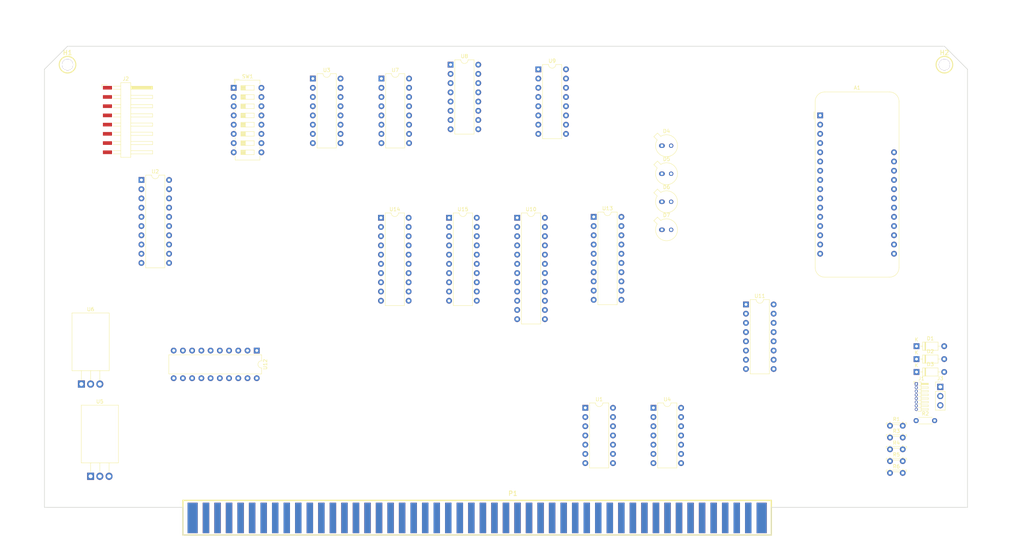
<source format=kicad_pcb>
(kicad_pcb (version 20221018) (generator pcbnew)
  (title_block (date "18 April 2018") (company "Derived from John Monahan's S100 486 design"))
  (layers (0 "F.Cu" signal "Front") (31 "B.Cu" signal "Back") (34 "B.Paste" user) (35 "F.Paste" user) (36 "B.SilkS" user "B.Silkscreen") (37 "F.SilkS" user "F.Silkscreen") (38 "B.Mask" user) (39 "F.Mask" user) (44 "Edge.Cuts" user))
  (net 0 "")
  (net 1 "/+8V")
  (net 2 "/0V_A")
  (net 3 "/0V_B")
  (net 4 "/0V_C")
  (net 5 "/A0")
  (net 6 "/A1")
  (net 7 "/A10")
  (net 8 "/A11")
  (net 9 "/A12")
  (net 10 "/A13")
  (net 11 "/A14")
  (net 12 "/A15")
  (net 13 "/A16")
  (net 14 "/A17")
  (net 15 "/A18")
  (net 16 "/A19")
  (net 17 "/A2")
  (net 18 "/A20")
  (net 19 "/A21")
  (net 20 "/A22")
  (net 21 "/A23")
  (net 22 "/A3")
  (net 23 "/A4")
  (net 24 "/A5")
  (net 25 "/A6")
  (net 26 "/A7")
  (net 27 "/A8")
  (net 28 "/A9")
  (net 29 "/ADSB*")
  (net 30 "/CDSB*")
  (net 31 "/CLOCK*")
  (net 32 "/DI0")
  (net 33 "/DI1")
  (net 34 "/DI2")
  (net 35 "/DI3")
  (net 36 "/DI4")
  (net 37 "/DI5")
  (net 38 "/DI6")
  (net 39 "/DI7")
  (net 40 "/DO0")
  (net 41 "/DO1")
  (net 42 "/DO2")
  (net 43 "/DO3")
  (net 44 "/DO4")
  (net 45 "/DO5")
  (net 46 "/DO6")
  (net 47 "/DO7")
  (net 48 "/DODSB*")
  (net 49 "/HOLD*")
  (net 50 "/INT*")
  (net 51 "/MWRT")
  (net 52 "/NMI*")
  (net 53 "/PHANTOM*")
  (net 54 "/PHI")
  (net 55 "/POC*")
  (net 56 "/RDY")
  (net 57 "/RESET*")
  (net 58 "/SDSB*")
  (net 59 "/SIXTN*")
  (net 60 "/SLAVE_CLR*")
  (net 61 "/TMA0*")
  (net 62 "/TMA1*")
  (net 63 "/TMA2*")
  (net 64 "/TMA3*")
  (net 65 "/VI0*")
  (net 66 "/VI1*")
  (net 67 "/VI2*")
  (net 68 "/VI3*")
  (net 69 "/VI4*")
  (net 70 "/VI5*")
  (net 71 "/VI6*")
  (net 72 "/VI7*")
  (net 73 "/XRDY")
  (net 74 "/pDBIN")
  (net 75 "/pSTVAL*")
  (net 76 "/pSYNC")
  (net 77 "/pWR*")
  (net 78 "/sHLTA")
  (net 79 "/sINP")
  (net 80 "/sINTA")
  (net 81 "/sM1")
  (net 82 "/sMEMR")
  (net 83 "/sOUT")
  (net 84 "/sWO*")
  (net 85 "/+16V")
  (net 86 "/PWRFAIL*")
  (net 87 "/NDEF1")
  (net 88 "/pHLDA")
  (net 89 "/RFU1")
  (net 90 "/RFU2")
  (net 91 "/0V")
  (net 92 "/-16V")
  (net 93 "/sXTRQ*")
  (net 94 "/NDEF2")
  (net 95 "/NDEF3")
  (net 96 "/RFU3")
  (net 97 "/RFU4")
  (net 98 "/ERROR*")
  (net 99 "Net-(H1-Pad1)")
  (net 100 "Net-(H2-Pad1)")
  (net 101 "{slash}RESET")
  (net 102 "+3V3")
  (net 104 "GND")
  (net 110 "{slash}CS0")
  (net 111 "SCK")
  (net 112 "MOSI")
  (net 113 "MISO")
  (net 129 "Net-(D1-K)")
  (net 130 "{slash}CS1")
  (net 131 "Net-(D2-K)")
  (net 132 "{slash}CS2")
  (net 133 "Net-(D3-K)")
  (net 134 "Net-(D4-A)")
  (net 135 "Net-(D5-A)")
  (net 136 "Net-(D6-A)")
  (net 137 "Net-(D7-A)")
  (net 141 "{slash}CS!")
  (net 143 "PHI")
  (net 144 "Net-(J3-Pin_2)")
  (net 145 "CLOCK")
  (net 146 "+5V")
  (net 147 "HIGH")
  (net 148 "Net-(U9-Q0)")
  (net 149 "Net-(U9-Q1)")
  (net 150 "Net-(U9-Q2)")
  (net 151 "Net-(U9-Q3)")
  (net 154 "Net-(U2-R5)")
  (net 155 "Net-(U2-R2)")
  (net 156 "Net-(U2-R6)")
  (net 157 "Net-(U2-R1)")
  (net 158 "Net-(U2-R7)")
  (net 159 "Net-(U2-R0)")
  (net 160 "{slash}SPI_RDNTR")
  (net 161 "{slash}SPI_RDTR")
  (net 162 "{slash}SPI_WRTR")
  (net 163 "Net-(U3-TC)")
  (net 164 "Net-(U3-~{MR})")
  (net 165 "Net-(U3-D0)")
  (net 166 "Net-(U1-Pad12)")
  (net 167 "BA7")
  (net 168 "BA5")
  (net 169 "BA3")
  (net 170 "BA2")
  (net 171 "BA4")
  (net 172 "BA6")
  (net 173 "SEL")
  (net 174 "SCLK")
  (net 175 "Net-(U11-~{CE})")
  (net 176 "Net-(U3-CEP)")
  (net 180 "Net-(U8-~{OE})")
  (net 181 "Net-(U11-~{Q7})")
  (net 182 "+8V")
  (net 183 "BA0")
  (net 184 "{slash}WR")
  (net 185 "BA1")
  (net 186 "{slash}IORQ")
  (net 187 "{slash}M1")
  (net 189 "{slash}STAT_RD")
  (net 191 "Net-(U7-O4)")
  (net 193 "BD1")
  (net 194 "BD2")
  (net 195 "BD3")
  (net 196 "BD4")
  (net 197 "BD5")
  (net 198 "BD6")
  (net 199 "BD7")
  (net 201 "BD0")
  (net 204 "sM1")
  (net 205 "sINTA")
  (net 206 "sOUT")
  (net 207 "sINP")
  (net 208 "pWR")
  (net 209 "pDBIN")
  (net 210 "sMEMR")
  (net 211 "sWO")
  (net 212 "MWRT")
  (net 214 "{slash}RD")
  (net 215 "{slash}MREQ")
  (net 217 "{slash}IN_ENABLE")
  (net 219 "{slash}OUT_ENABLE")
  (net 220 "M1")
  (net 222 "VCC")
  (net 224 "A7")
  (net 225 "A6")
  (net 226 "A5")
  (net 227 "A4")
  (net 228 "A3")
  (net 229 "A2")
  (net 230 "A1")
  (net 231 "A0")
  (net 232 "DI7")
  (net 233 "DI6")
  (net 234 "DI5")
  (net 235 "DI4")
  (net 236 "DI3")
  (net 237 "DI2")
  (net 238 "DI1")
  (net 239 "DI0")
  (net 240 "DO7")
  (net 241 "DO6")
  (net 242 "DO5")
  (net 243 "DO4")
  (net 244 "DO3")
  (net 245 "DO2")
  (net 246 "DO1")
  (net 247 "DO0")
  (footprint "S100_MALE" (layer "F.Cu") (at 58.42 157.48)
    (fp_text reference "P1" (at 90.805 -11.43) (layer "F.SilkS") (effects (font (size 1.27 1.27) (thickness 0.2032))))
    (fp_text value "S100_MALE" hide)
    (pad "1" connect rect (at 2.667 -4.699) (size 2.794 8.382) (layers "F.Cu" "F.Mask") (net 1 "/+8V"))
    (pad "2" connect rect (at 6.35 -4.699) (size 1.778 8.382) (layers "F.Cu" "F.Mask") (net 85 "/+16V"))
    (pad "3" connect rect (at 9.525 -4.699) (size 1.778 8.382) (layers "F.Cu" "F.Mask") (net 73 "/XRDY"))
    (pad "4" connect rect (at 12.7 -4.699) (size 1.778 8.382) (layers "F.Cu" "F.Mask") (net 65 "/VI0*"))
    (pad "5" connect rect (at 15.875 -4.699) (size 1.778 8.382) (layers "F.Cu" "F.Mask") (net 66 "/VI1*"))
    (pad "6" connect rect (at 19.05 -4.699) (size 1.778 8.382) (layers "F.Cu" "F.Mask") (net 67 "/VI2*"))
    (pad "7" connect rect (at 22.225 -4.699) (size 1.778 8.382) (layers "F.Cu" "F.Mask") (net 68 "/VI3*"))
    (pad "8" connect rect (at 25.4 -4.699) (size 1.778 8.382) (layers "F.Cu" "F.Mask") (net 69 "/VI4*"))
    (pad "9" connect rect (at 28.575 -4.699) (size 1.778 8.382) (layers "F.Cu" "F.Mask") (net 70 "/VI5*"))
    (pad "10" connect rect (at 31.75 -4.699) (size 1.778 8.382) (layers "F.Cu" "F.Mask") (net 71 "/VI6*"))
    (pad "11" connect rect (at 34.925 -4.699) (size 1.778 8.382) (layers "F.Cu" "F.Mask") (net 72 "/VI7*"))
    (pad "12" connect rect (at 38.1 -4.699) (size 1.778 8.382) (layers "F.Cu" "F.Mask") (net 52 "/NMI*"))
    (pad "13" connect rect (at 41.275 -4.699) (size 1.778 8.382) (layers "F.Cu" "F.Mask") (net 86 "/PWRFAIL*"))
    (pad "14" connect rect (at 44.45 -4.699) (size 1.778 8.382) (layers "F.Cu" "F.Mask") (net 64 "/TMA3*"))
    (pad "15" connect rect (at 47.625 -4.699) (size 1.778 8.382) (layers "F.Cu" "F.Mask") (net 15 "/A18"))
    (pad "16" connect rect (at 50.8 -4.699) (size 1.778 8.382) (layers "F.Cu" "F.Mask") (net 13 "/A16"))
    (pad "17" connect rect (at 53.975 -4.699) (size 1.778 8.382) (layers "F.Cu" "F.Mask") (net 14 "/A17"))
    (pad "18" connect rect (at 57.15 -4.699) (size 1.778 8.382) (layers "F.Cu" "F.Mask") (net 58 "/SDSB*"))
    (pad "19" connect rect (at 60.325 -4.699) (size 1.778 8.382) (layers "F.Cu" "F.Mask") (net 30 "/CDSB*"))
    (pad "20" connect rect (at 63.5 -4.699) (size 1.778 8.382) (layers "F.Cu" "F.Mask") (net 2 "/0V_A"))
    (pad "21" connect rect (at 66.675 -4.699) (size 1.778 8.382) (layers "F.Cu" "F.Mask") (net 87 "/NDEF1"))
    (pad "22" connect rect (at 69.85 -4.699) (size 1.778 8.382) (layers "F.Cu" "F.Mask") (net 29 "/ADSB*"))
    (pad "23" connect rect (at 73.025 -4.699) (size 1.778 8.382) (layers "F.Cu" "F.Mask") (net 48 "/DODSB*"))
    (pad "24" connect rect (at 76.2 -4.699) (size 1.778 8.382) (layers "F.Cu" "F.Mask") (net 54 "/PHI"))
    (pad "25" connect rect (at 79.375 -4.699) (size 1.778 8.382) (layers "F.Cu" "F.Mask") (net 75 "/pSTVAL*"))
    (pad "26" connect rect (at 82.55 -4.699) (size 1.778 8.382) (layers "F.Cu" "F.Mask") (net 88 "/pHLDA"))
    (pad "27" connect rect (at 85.725 -4.699) (size 1.778 8.382) (layers "F.Cu" "F.Mask") (net 89 "/RFU1"))
    (pad "28" connect rect (at 88.9 -4.699) (size 1.778 8.382) (layers "F.Cu" "F.Mask") (net 90 "/RFU2"))
    (pad "29" connect rect (at 92.075 -4.699) (size 1.778 8.382) (layers "F.Cu" "F.Mask") (net 24 "/A5"))
    (pad "30" connect rect (at 95.25 -4.699) (size 1.778 8.382) (layers "F.Cu" "F.Mask") (net 23 "/A4"))
    (pad "31" connect rect (at 98.425 -4.699) (size 1.778 8.382) (layers "F.Cu" "F.Mask") (net 22 "/A3"))
    (pad "32" connect rect (at 101.6 -4.699) (size 1.778 8.382) (layers "F.Cu" "F.Mask") (net 12 "/A15"))
    (pad "33" connect rect (at 104.775 -4.699) (size 1.778 8.382) (layers "F.Cu" "F.Mask") (net 9 "/A12"))
    (pad "34" connect rect (at 107.95 -4.699) (size 1.778 8.382) (layers "F.Cu" "F.Mask") (net 28 "/A9"))
    (pad "35" connect rect (at 111.125 -4.699) (size 1.778 8.382) (layers "F.Cu" "F.Mask") (net 41 "/DO1"))
    (pad "36" connect rect (at 114.3 -4.699) (size 1.778 8.382) (layers "F.Cu" "F.Mask") (net 40 "/DO0"))
    (pad "37" connect rect (at 117.475 -4.699) (size 1.778 8.382) (layers "F.Cu" "F.Mask") (net 7 "/A10"))
    (pad "38" connect rect (at 120.65 -4.699) (size 1.778 8.382) (layers "F.Cu" "F.Mask") (net 44 "/DO4"))
    (pad "39" connect rect (at 123.825 -4.699) (size 1.778 8.382) (layers "F.Cu" "F.Mask") (net 45 "/DO5"))
    (pad "40" connect rect (at 127 -4.699) (size 1.778 8.382) (layers "F.Cu" "F.Mask") (net 46 "/DO6"))
    (pad "41" connect rect (at 130.175 -4.699) (size 1.778 8.382) (layers "F.Cu" "F.Mask") (net 34 "/DI2"))
    (pad "42" connect rect (at 133.35 -4.699) (size 1.778 8.382) (layers "F.Cu" "F.Mask") (net 35 "/DI3"))
    (pad "43" connect rect (at 136.525 -4.699) (size 1.778 8.382) (layers "F.Cu" "F.Mask") (net 39 "/DI7"))
    (pad "44" connect rect (at 139.7 -4.699) (size 1.778 8.382) (layers "F.Cu" "F.Mask") (net 81 "/sM1"))
    (pad "45" connect rect (at 142.875 -4.699) (size 1.778 8.382) (layers "F.Cu" "F.Mask") (net 83 "/sOUT"))
    (pad "46" connect rect (at 146.05 -4.699) (size 1.778 8.382) (layers "F.Cu" "F.Mask") (net 79 "/sINP"))
    (pad "47" connect rect (at 149.225 -4.699) (size 1.778 8.382) (layers "F.Cu" "F.Mask") (net 82 "/sMEMR"))
    (pad "48" connect rect (at 152.4 -4.699) (size 1.778 8.382) (layers "F.Cu" "F.Mask") (net 78 "/sHLTA"))
    (pad "49" connect rect (at 155.575 -4.699) (size 1.778 8.382) (layers "F.Cu" "F.Mask") (net 31 "/CLOCK*"))
    (pad "50" connect rect (at 159.258 -4.699) (size 2.794 8.382) (layers "F.Cu" "F.Mask") (net 91 "/0V"))
    (pad "51" connect rect (at 2.667 -4.699) (size 2.794 8.382) (layers "B.Cu" "B.Mask") (net 1 "/+8V"))
    (pad "52" connect rect (at 6.35 -4.699) (size 1.778 8.382) (layers "B.Cu" "B.Mask") (net 92 "/-16V"))
    (pad "53" connect rect (at 9.525 -4.699) (size 1.778 8.382) (layers "B.Cu" "B.Mask") (net 3 "/0V_B"))
    (pad "54" connect rect (at 12.7 -4.699) (size 1.778 8.382) (layers "B.Cu" "B.Mask") (net 60 "/SLAVE_CLR*"))
    (pad "55" connect rect (at 15.875 -4.699) (size 1.778 8.382) (layers "B.Cu" "B.Mask") (net 61 "/TMA0*"))
    (pad "56" connect rect (at 19.05 -4.699) (size 1.778 8.382) (layers "B.Cu" "B.Mask") (net 62 "/TMA1*"))
    (pad "57" connect rect (at 22.225 -4.699) (size 1.778 8.382) (layers "B.Cu" "B.Mask") (net 63 "/TMA2*"))
    (pad "58" connect rect (at 25.4 -4.699) (size 1.778 8.382) (layers "B.Cu" "B.Mask") (net 93 "/sXTRQ*"))
    (pad "59" connect rect (at 28.575 -4.699) (size 1.778 8.382) (layers "B.Cu" "B.Mask") (net 16 "/A19"))
    (pad "60" connect rect (at 31.75 -4.699) (size 1.778 8.382) (layers "B.Cu" "B.Mask") (net 59 "/SIXTN*"))
    (pad "61" connect rect (at 34.925 -4.699) (size 1.778 8.382) (layers "B.Cu" "B.Mask") (net 18 "/A20"))
    (pad "62" connect rect (at 38.1 -4.699) (size 1.778 8.382) (layers "B.Cu" "B.Mask") (net 19 "/A21"))
    (pad "63" connect rect (at 41.275 -4.699) (size 1.778 8.382) (layers "B.Cu" "B.Mask") (net 20 "/A22"))
    (pad "64" connect rect (at 44.45 -4.699) (size 1.778 8.382) (layers "B.Cu" "B.Mask") (net 21 "/A23"))
    (pad "65" connect rect (at 47.625 -4.699) (size 1.778 8.382) (layers "B.Cu" "B.Mask") (net 94 "/NDEF2"))
    (pad "66" connect rect (at 50.8 -4.699) (size 1.778 8.382) (layers "B.Cu" "B.Mask") (net 95 "/NDEF3"))
    (pad "67" connect rect (at 53.975 -4.699) (size 1.778 8.382) (layers "B.Cu" "B.Mask") (net 53 "/PHANTOM*"))
    (pad "68" connect rect (at 57.15 -4.699) (size 1.778 8.382) (layers "B.Cu" "B.Mask") (net 51 "/MWRT"))
    (pad "69" connect rect (at 60.325 -4.699) (size 1.778 8.382) (layers "B.Cu" "B.Mask") (net 96 "/RFU3"))
    (pad "70" connect rect (at 63.5 -4.699) (size 1.778 8.382) (layers "B.Cu" "B.Mask") (net 4 "/0V_C"))
    (pad "71" connect rect (at 66.675 -4.699) (size 1.778 8.382) (layers "B.Cu" "B.Mask") (net 97 "/RFU4"))
    (pad "72" connect rect (at 69.85 -4.699) (size 1.778 8.382) (layers "B.Cu" "B.Mask") (net 56 "/RDY"))
    (pad "73" connect rect (at 73.025 -4.699) (size 1.778 8.382) (layers "B.Cu" "B.Mask") (net 50 "/INT*"))
    (pad "74" connect rect (at 76.2 -4.699) (size 1.778 8.382) (layers "B.Cu" "B.Mask") (net 49 "/HOLD*"))
    (pad "75" connect rect (at 79.375 -4.699) (size 1.778 8.382) (layers "B.Cu" "B.Mask") (net 57 "/RESET*"))
    (pad "76" connect rect (at 82.55 -4.699) (size 1.778 8.382) (layers "B.Cu" "B.Mask") (net 76 "/pSYNC"))
    (pad "77" connect rect (at 85.725 -4.699) (size 1.778 8.382) (layers "B.Cu" "B.Mask") (net 77 "/pWR*"))
    (pad "78" connect rect (at 88.9 -4.699) (size 1.778 8.382) (layers "B.Cu" "B.Mask") (net 74 "/pDBIN"))
    (pad "79" connect rect (at 92.075 -4.699) (size 1.778 8.382) (layers "B.Cu" "B.Mask") (net 5 "/A0"))
    (pad "80" connect rect (at 95.25 -4.699) (size 1.778 8.382) (layers "B.Cu" "B.Mask") (net 6 "/A1"))
    (pad "81" connect rect (at 98.425 -4.699) (size 1.778 8.382) (layers "B.Cu" "B.Mask") (net 17 "/A2"))
    (pad "82" connect rect (at 101.6 -4.699) (size 1.778 8.382) (layers "B.Cu" "B.Mask") (net 25 "/A6"))
    (pad "83" connect rect (at 104.775 -4.699) (size 1.778 8.382) (layers "B.Cu" "B.Mask") (net 26 "/A7"))
    (pad "84" connect rect (at 107.95 -4.699) (size 1.778 8.382) (layers "B.Cu" "B.Mask") (net 27 "/A8"))
    (pad "85" connect rect (at 111.125 -4.699) (size 1.778 8.382) (layers "B.Cu" "B.Mask") (net 10 "/A13"))
    (pad "86" connect rect (at 114.3 -4.699) (size 1.778 8.382) (layers "B.Cu" "B.Mask") (net 11 "/A14"))
    (pad "87" connect rect (at 117.475 -4.699) (size 1.778 8.382) (layers "B.Cu" "B.Mask") (net 8 "/A11"))
    (pad "88" connect rect (at 120.65 -4.699) (size 1.778 8.382) (layers "B.Cu" "B.Mask") (net 42 "/DO2"))
    (pad "89" connect rect (at 123.825 -4.699) (size 1.778 8.382) (layers "B.Cu" "B.Mask") (net 43 "/DO3"))
    (pad "90" connect rect (at 127 -4.699) (size 1.778 8.382) (layers "B.Cu" "B.Mask") (net 47 "/DO7"))
    (pad "91" connect rect (at 130.175 -4.699) (size 1.778 8.382) (layers "B.Cu" "B.Mask") (net 36 "/DI4"))
    (pad "92" connect rect (at 133.35 -4.699) (size 1.778 8.382) (layers "B.Cu" "B.Mask") (net 37 "/DI5"))
    (pad "93" connect rect (at 136.525 -4.699) (size 1.778 8.382) (layers "B.Cu" "B.Mask") (net 38 "/DI6"))
    (pad "94" connect rect (at 139.7 -4.699) (size 1.778 8.382) (layers "B.Cu" "B.Mask") (net 33 "/DI1"))
    (pad "95" connect rect (at 142.875 -4.699) (size 1.778 8.382) (layers "B.Cu" "B.Mask") (net 32 "/DI0"))
    (pad "96" connect rect (at 146.05 -4.699) (size 1.778 8.382) (layers "B.Cu" "B.Mask") (net 80 "/sINTA"))
    (pad "97" connect rect (at 149.225 -4.699) (size 1.778 8.382) (layers "B.Cu" "B.Mask") (net 84 "/sWO*"))
    (pad "98" connect rect (at 152.4 -4.699) (size 1.778 8.382) (layers "B.Cu" "B.Mask") (net 98 "/ERROR*"))
    (pad "99" connect rect (at 155.575 -4.699) (size 1.778 8.382) (layers "B.Cu" "B.Mask") (net 55 "/POC*"))
    (pad "100" connect rect (at 159.258 -4.699) (size 2.794 8.382) (layers "B.Cu" "B.Mask") (net 91 "/0V"))
  )
  (footprint "mals-library-pcb:s100-ejector" (layer "F.Cu") (at 267.97 27.94)
    (fp_text reference "H2" (at 0 -3.302) (layer "F.SilkS") (effects (font (size 1.27 1.27) (thickness 0.2032))))
    (fp_text value "Ejector" hide)
    (pad "1" thru_hole circle (at 0 0) (size 3.048 3.048) (drill 3.048) (layers "*.Cu" "*.Mask") (net 100 "Net-(H2-Pad1)"))
  )
  (footprint "mals-library-pcb:s100-ejector" (layer "F.Cu") (at 26.67 27.94)
    (fp_text reference "H1" (at 0 -3.302) (layer "F.SilkS") (effects (font (size 1.27 1.27) (thickness 0.2032))))
    (fp_text value "Ejector" hide)
    (pad "1" thru_hole circle (at 0 0) (size 3.048 3.048) (drill 3.048) (layers "*.Cu" "*.Mask") (net 99 "Net-(H1-Pad1)"))
  )
  (footprint "Package_TO_SOT_THT:TO-220-3_Horizontal_TabDown" (layer "F.Cu") (at 33.02 141.31)
    (fp_text reference "U5" (at 2.54 -20.58) (layer "F.SilkS"))
    (fp_text value "L7805")
    (pad "" np_thru_hole oval (at 2.54 -16.66) (size 3.5 3.5) (drill 3.5) (layers "*.Cu" "*.Mask"))
    (pad "1" thru_hole rect (at 0 0) (size 1.905 2) (drill 1.1) (layers "*.Cu" "*.Mask") (net 182 "+8V"))
    (pad "2" thru_hole oval (at 2.54 0) (size 1.905 2) (drill 1.1) (layers "*.Cu" "*.Mask") (net 104 "GND"))
    (pad "3" thru_hole oval (at 5.08 0) (size 1.905 2) (drill 1.1) (layers "*.Cu" "*.Mask") (net 146 "+5V"))
  )
  (footprint "OptoDevice:R_LDR_5.2x5.2mm_P3.5mm_Horizontal" (layer "F.Cu") (at 253.005 133.89)
    (fp_text reference "R4" (at 1.75 -1.79) (layer "F.SilkS"))
    (fp_text value "470")
    (pad "1" thru_hole circle (at 0 0) (size 1.6 1.6) (drill 0.8) (layers "*.Cu" "*.Mask") (net 149 "Net-(U9-Q1)"))
    (pad "2" thru_hole circle (at 3.5 0) (size 1.6 1.6) (drill 0.8) (layers "*.Cu" "*.Mask") (net 135 "Net-(D5-A)"))
  )
  (footprint "Resistor_THT:R_Axial_DIN0204_L3.6mm_D1.6mm_P5.08mm_Horizontal" (layer "F.Cu") (at 260.195 125.98)
    (fp_text reference "R2" (at 2.54 -1.92) (layer "F.SilkS"))
    (fp_text value "4.7K")
    (pad "1" thru_hole circle (at 0 0) (size 1.4 1.4) (drill 0.7) (layers "*.Cu" "*.Mask") (net 146 "+5V"))
    (pad "2" thru_hole oval (at 5.08 0) (size 1.4 1.4) (drill 0.7) (layers "*.Cu" "*.Mask") (net 147 "HIGH"))
  )
  (footprint "Module:Adafruit_Feather" (layer "F.Cu") (at 233.7875 41.91)
    (fp_text reference "A1" (at 10.16 -7.62) (layer "F.SilkS"))
    (fp_text value "Adafruit FeatherWing Ethernet board PN 3201")
    (pad "1" thru_hole rect (at 0 0 180) (size 1.6 1.6) (drill 0.8) (layers "*.Cu" "*.Mask") (net 101 "{slash}RESET"))
    (pad "2" thru_hole circle (at 0 2.54 180) (size 1.6 1.6) (drill 0.8) (layers "*.Cu" "*.Mask") (net 102 "+3V3"))
    (pad "3" thru_hole circle (at 0 5.08 180) (size 1.6 1.6) (drill 0.8) (layers "*.Cu" "*.Mask"))
    (pad "4" thru_hole circle (at 0 7.62 180) (size 1.6 1.6) (drill 0.8) (layers "*.Cu" "*.Mask") (net 104 "GND"))
    (pad "5" thru_hole circle (at 0 10.16 180) (size 1.6 1.6) (drill 0.8) (layers "*.Cu" "*.Mask"))
    (pad "6" thru_hole circle (at 0 12.7 180) (size 1.6 1.6) (drill 0.8) (layers "*.Cu" "*.Mask"))
    (pad "7" thru_hole circle (at 0 15.24 180) (size 1.6 1.6) (drill 0.8) (layers "*.Cu" "*.Mask"))
    (pad "8" thru_hole circle (at 0 17.78 180) (size 1.6 1.6) (drill 0.8) (layers "*.Cu" "*.Mask"))
    (pad "9" thru_hole circle (at 0 20.32 180) (size 1.6 1.6) (drill 0.8) (layers "*.Cu" "*.Mask"))
    (pad "10" thru_hole circle (at 0 22.86 180) (size 1.6 1.6) (drill 0.8) (layers "*.Cu" "*.Mask") (net 110 "{slash}CS0"))
    (pad "11" thru_hole circle (at 0 25.4 180) (size 1.6 1.6) (drill 0.8) (layers "*.Cu" "*.Mask") (net 111 "SCK"))
    (pad "12" thru_hole circle (at 0 27.94 180) (size 1.6 1.6) (drill 0.8) (layers "*.Cu" "*.Mask") (net 112 "MOSI"))
    (pad "13" thru_hole circle (at 0 30.48 180) (size 1.6 1.6) (drill 0.8) (layers "*.Cu" "*.Mask") (net 113 "MISO"))
    (pad "14" thru_hole circle (at 0 33.02 180) (size 1.6 1.6) (drill 0.8) (layers "*.Cu" "*.Mask"))
    (pad "15" thru_hole circle (at 0 35.56 180) (size 1.6 1.6) (drill 0.8) (layers "*.Cu" "*.Mask"))
    (pad "16" thru_hole circle (at 0 38.1 180) (size 1.6 1.6) (drill 0.8) (layers "*.Cu" "*.Mask"))
    (pad "17" thru_hole circle (at 20.32 38.1 180) (size 1.6 1.6) (drill 0.8) (layers "*.Cu" "*.Mask"))
    (pad "18" thru_hole circle (at 20.32 35.56 180) (size 1.6 1.6) (drill 0.8) (layers "*.Cu" "*.Mask"))
    (pad "19" thru_hole circle (at 20.32 33.02 180) (size 1.6 1.6) (drill 0.8) (layers "*.Cu" "*.Mask"))
    (pad "20" thru_hole circle (at 20.32 30.48 180) (size 1.6 1.6) (drill 0.8) (layers "*.Cu" "*.Mask"))
    (pad "21" thru_hole circle (at 20.32 27.94 180) (size 1.6 1.6) (drill 0.8) (layers "*.Cu" "*.Mask"))
    (pad "22" thru_hole circle (at 20.32 25.4 180) (size 1.6 1.6) (drill 0.8) (layers "*.Cu" "*.Mask"))
    (pad "23" thru_hole circle (at 20.32 22.86 180) (size 1.6 1.6) (drill 0.8) (layers "*.Cu" "*.Mask"))
    (pad "24" thru_hole circle (at 20.32 20.32 180) (size 1.6 1.6) (drill 0.8) (layers "*.Cu" "*.Mask"))
    (pad "25" thru_hole circle (at 20.32 17.78 180) (size 1.6 1.6) (drill 0.8) (layers "*.Cu" "*.Mask"))
    (pad "26" thru_hole circle (at 20.32 15.24 180) (size 1.6 1.6) (drill 0.8) (layers "*.Cu" "*.Mask"))
    (pad "27" thru_hole circle (at 20.32 12.7 180) (size 1.6 1.6) (drill 0.8) (layers "*.Cu" "*.Mask"))
    (pad "28" thru_hole circle (at 20.32 10.16 180) (size 1.6 1.6) (drill 0.8) (layers "*.Cu" "*.Mask"))
  )
  (footprint "Package_DIP:DIP-20_W7.62mm" (layer "F.Cu") (at 47 59.695)
    (fp_text reference "U2" (at 3.81 -2.33) (layer "F.SilkS"))
    (fp_text value "74LS688")
    (pad "1" thru_hole rect (at 0 0) (size 1.6 1.6) (drill 0.8) (layers "*.Cu" "*.Mask") (net 104 "GND"))
    (pad "2" thru_hole oval (at 0 2.54) (size 1.6 1.6) (drill 0.8) (layers "*.Cu" "*.Mask") (net 167 "BA7"))
    (pad "3" thru_hole oval (at 0 5.08) (size 1.6 1.6) (drill 0.8) (layers "*.Cu" "*.Mask") (net 159 "Net-(U2-R0)"))
    (pad "4" thru_hole oval (at 0 7.62) (size 1.6 1.6) (drill 0.8) (layers "*.Cu" "*.Mask") (net 168 "BA5"))
    (pad "5" thru_hole oval (at 0 10.16) (size 1.6 1.6) (drill 0.8) (layers "*.Cu" "*.Mask") (net 157 "Net-(U2-R1)"))
    (pad "6" thru_hole oval (at 0 12.7) (size 1.6 1.6) (drill 0.8) (layers "*.Cu" "*.Mask") (net 169 "BA3"))
    (pad "7" thru_hole oval (at 0 15.24) (size 1.6 1.6) (drill 0.8) (layers "*.Cu" "*.Mask") (net 155 "Net-(U2-R2)"))
    (pad "8" thru_hole oval (at 0 17.78) (size 1.6 1.6) (drill 0.8) (layers "*.Cu" "*.Mask") (net 104 "GND"))
    (pad "9" thru_hole oval (at 0 20.32) (size 1.6 1.6) (drill 0.8) (layers "*.Cu" "*.Mask") (net 104 "GND"))
    (pad "10" thru_hole oval (at 0 22.86) (size 1.6 1.6) (drill 0.8) (layers "*.Cu" "*.Mask") (net 104 "GND"))
    (pad "11" thru_hole oval (at 7.62 22.86) (size 1.6 1.6) (drill 0.8) (layers "*.Cu" "*.Mask") (net 104 "GND"))
    (pad "12" thru_hole oval (at 7.62 20.32) (size 1.6 1.6) (drill 0.8) (layers "*.Cu" "*.Mask") (net 104 "GND"))
    (pad "13" thru_hole oval (at 7.62 17.78) (size 1.6 1.6) (drill 0.8) (layers "*.Cu" "*.Mask") (net 170 "BA2"))
    (pad "14" thru_hole oval (at 7.62 15.24) (size 1.6 1.6) (drill 0.8) (layers "*.Cu" "*.Mask") (net 154 "Net-(U2-R5)"))
    (pad "15" thru_hole oval (at 7.62 12.7) (size 1.6 1.6) (drill 0.8) (layers "*.Cu" "*.Mask") (net 171 "BA4"))
    (pad "16" thru_hole oval (at 7.62 10.16) (size 1.6 1.6) (drill 0.8) (layers "*.Cu" "*.Mask") (net 156 "Net-(U2-R6)"))
    (pad "17" thru_hole oval (at 7.62 7.62) (size 1.6 1.6) (drill 0.8) (layers "*.Cu" "*.Mask") (net 172 "BA6"))
    (pad "18" thru_hole oval (at 7.62 5.08) (size 1.6 1.6) (drill 0.8) (layers "*.Cu" "*.Mask") (net 158 "Net-(U2-R7)"))
    (pad "19" thru_hole oval (at 7.62 2.54) (size 1.6 1.6) (drill 0.8) (layers "*.Cu" "*.Mask") (net 173 "SEL"))
    (pad "20" thru_hole oval (at 7.62 0) (size 1.6 1.6) (drill 0.8) (layers "*.Cu" "*.Mask") (net 146 "+5V"))
  )
  (footprint "Package_DIP:DIP-16_W7.62mm" (layer "F.Cu") (at 213.36 93.98)
    (fp_text reference "U11" (at 3.81 -2.33) (layer "F.SilkS"))
    (fp_text value "74LS165")
    (pad "1" thru_hole rect (at 0 0) (size 1.6 1.6) (drill 0.8) (layers "*.Cu" "*.Mask") (net 162 "{slash}SPI_WRTR"))
    (pad "2" thru_hole oval (at 0 2.54) (size 1.6 1.6) (drill 0.8) (layers "*.Cu" "*.Mask") (net 174 "SCLK"))
    (pad "3" thru_hole oval (at 0 5.08) (size 1.6 1.6) (drill 0.8) (layers "*.Cu" "*.Mask") (net 196 "BD4"))
    (pad "4" thru_hole oval (at 0 7.62) (size 1.6 1.6) (drill 0.8) (layers "*.Cu" "*.Mask") (net 197 "BD5"))
    (pad "5" thru_hole oval (at 0 10.16) (size 1.6 1.6) (drill 0.8) (layers "*.Cu" "*.Mask") (net 198 "BD6"))
    (pad "6" thru_hole oval (at 0 12.7) (size 1.6 1.6) (drill 0.8) (layers "*.Cu" "*.Mask") (net 199 "BD7"))
    (pad "7" thru_hole oval (at 0 15.24) (size 1.6 1.6) (drill 0.8) (layers "*.Cu" "*.Mask") (net 181 "Net-(U11-~{Q7})"))
    (pad "8" thru_hole oval (at 0 17.78) (size 1.6 1.6) (drill 0.8) (layers "*.Cu" "*.Mask") (net 104 "GND"))
    (pad "9" thru_hole oval (at 7.62 17.78) (size 1.6 1.6) (drill 0.8) (layers "*.Cu" "*.Mask"))
    (pad "10" thru_hole oval (at 7.62 15.24) (size 1.6 1.6) (drill 0.8) (layers "*.Cu" "*.Mask") (net 147 "HIGH"))
    (pad "11" thru_hole oval (at 7.62 12.7) (size 1.6 1.6) (drill 0.8) (layers "*.Cu" "*.Mask") (net 201 "BD0"))
    (pad "12" thru_hole oval (at 7.62 10.16) (size 1.6 1.6) (drill 0.8) (layers "*.Cu" "*.Mask") (net 193 "BD1"))
    (pad "13" thru_hole oval (at 7.62 7.62) (size 1.6 1.6) (drill 0.8) (layers "*.Cu" "*.Mask") (net 194 "BD2"))
    (pad "14" thru_hole oval (at 7.62 5.08) (size 1.6 1.6) (drill 0.8) (layers "*.Cu" "*.Mask") (net 195 "BD3"))
    (pad "15" thru_hole oval (at 7.62 2.54) (size 1.6 1.6) (drill 0.8) (layers "*.Cu" "*.Mask") (net 175 "Net-(U11-~{CE})"))
    (pad "16" thru_hole oval (at 7.62 0) (size 1.6 1.6) (drill 0.8) (layers "*.Cu" "*.Mask") (net 146 "+5V"))
  )
  (footprint "Package_DIP:DIP-14_W7.62mm" (layer "F.Cu") (at 169.15 122.45)
    (fp_text reference "U1" (at 3.81 -2.33) (layer "F.SilkS"))
    (fp_text value "74LS10")
    (pad "1" thru_hole rect (at 0 0) (size 1.6 1.6) (drill 0.8) (layers "*.Cu" "*.Mask") (net 160 "{slash}SPI_RDNTR"))
    (pad "2" thru_hole oval (at 0 2.54) (size 1.6 1.6) (drill 0.8) (layers "*.Cu" "*.Mask") (net 161 "{slash}SPI_RDTR"))
    (pad "3" thru_hole oval (at 0 5.08) (size 1.6 1.6) (drill 0.8) (layers "*.Cu" "*.Mask") (net 162 "{slash}SPI_WRTR"))
    (pad "4" thru_hole oval (at 0 7.62) (size 1.6 1.6) (drill 0.8) (layers "*.Cu" "*.Mask") (net 163 "Net-(U3-TC)"))
    (pad "5" thru_hole oval (at 0 10.16) (size 1.6 1.6) (drill 0.8) (layers "*.Cu" "*.Mask") (net 161 "{slash}SPI_RDTR"))
    (pad "6" thru_hole oval (at 0 12.7) (size 1.6 1.6) (drill 0.8) (layers "*.Cu" "*.Mask") (net 164 "Net-(U3-~{MR})"))
    (pad "7" thru_hole oval (at 0 15.24) (size 1.6 1.6) (drill 0.8) (layers "*.Cu" "*.Mask") (net 104 "GND"))
    (pad "8" thru_hole oval (at 7.62 15.24) (size 1.6 1.6) (drill 0.8) (layers "*.Cu" "*.Mask") (net 165 "Net-(U3-D0)"))
    (pad "9" thru_hole oval (at 7.62 12.7) (size 1.6 1.6) (drill 0.8) (layers "*.Cu" "*.Mask") (net 161 "{slash}SPI_RDTR"))
    (pad "10" thru_hole oval (at 7.62 10.16) (size 1.6 1.6) (drill 0.8) (layers "*.Cu" "*.Mask") (net 162 "{slash}SPI_WRTR"))
    (pad "11" thru_hole oval (at 7.62 7.62) (size 1.6 1.6) (drill 0.8) (layers "*.Cu" "*.Mask") (net 164 "Net-(U3-~{MR})"))
    (pad "12" thru_hole oval (at 7.62 5.08) (size 1.6 1.6) (drill 0.8) (layers "*.Cu" "*.Mask") (net 166 "Net-(U1-Pad12)"))
    (pad "13" thru_hole oval (at 7.62 2.54) (size 1.6 1.6) (drill 0.8) (layers "*.Cu" "*.Mask") (net 161 "{slash}SPI_RDTR"))
    (pad "14" thru_hole oval (at 7.62 0) (size 1.6 1.6) (drill 0.8) (layers "*.Cu" "*.Mask") (net 146 "+5V"))
  )
  (footprint "Package_DIP:DIP-24_W7.62mm" (layer "F.Cu") (at 150.41 70.1)
    (fp_text reference "U10" (at 3.81 -2.33) (layer "F.SilkS"))
    (fp_text value "22V10")
    (pad "1" thru_hole rect (at 0 0) (size 1.6 1.6) (drill 0.8) (layers "*.Cu" "*.Mask"))
    (pad "2" thru_hole oval (at 0 2.54) (size 1.6 1.6) (drill 0.8) (layers "*.Cu" "*.Mask") (net 204 "sM1"))
    (pad "3" thru_hole oval (at 0 5.08) (size 1.6 1.6) (drill 0.8) (layers "*.Cu" "*.Mask") (net 205 "sINTA"))
    (pad "4" thru_hole oval (at 0 7.62) (size 1.6 1.6) (drill 0.8) (layers "*.Cu" "*.Mask") (net 173 "SEL"))
    (pad "5" thru_hole oval (at 0 10.16) (size 1.6 1.6) (drill 0.8) (layers "*.Cu" "*.Mask") (net 206 "sOUT"))
    (pad "6" thru_hole oval (at 0 12.7) (size 1.6 1.6) (drill 0.8) (layers "*.Cu" "*.Mask") (net 207 "sINP"))
    (pad "7" thru_hole oval (at 0 15.24) (size 1.6 1.6) (drill 0.8) (layers "*.Cu" "*.Mask") (net 208 "pWR"))
    (pad "8" thru_hole oval (at 0 17.78) (size 1.6 1.6) (drill 0.8) (layers "*.Cu" "*.Mask") (net 209 "pDBIN"))
    (pad "9" thru_hole oval (at 0 20.32) (size 1.6 1.6) (drill 0.8) (layers "*.Cu" "*.Mask") (net 210 "sMEMR"))
    (pad "10" thru_hole oval (at 0 22.86) (size 1.6 1.6) (drill 0.8) (layers "*.Cu" "*.Mask") (net 211 "sWO"))
    (pad "11" thru_hole oval (at 0 25.4) (size 1.6 1.6) (drill 0.8) (layers "*.Cu" "*.Mask") (net 212 "MWRT"))
    (pad "12" thru_hole oval (at 0 27.94) (size 1.6 1.6) (drill 0.8) (layers "*.Cu" "*.Mask") (net 104 "GND"))
    (pad "13" thru_hole oval (at 7.62 27.94) (size 1.6 1.6) (drill 0.8) (layers "*.Cu" "*.Mask"))
    (pad "14" thru_hole oval (at 7.62 25.4) (size 1.6 1.6) (drill 0.8) (layers "*.Cu" "*.Mask") (net 214 "{slash}RD"))
    (pad "15" thru_hole oval (at 7.62 22.86) (size 1.6 1.6) (drill 0.8) (layers "*.Cu" "*.Mask") (net 184 "{slash}WR"))
    (pad "16" thru_hole oval (at 7.62 20.32) (size 1.6 1.6) (drill 0.8) (layers "*.Cu" "*.Mask") (net 186 "{slash}IORQ"))
    (pad "17" thru_hole oval (at 7.62 17.78) (size 1.6 1.6) (drill 0.8) (layers "*.Cu" "*.Mask") (net 215 "{slash}MREQ"))
    (pad "18" thru_hole oval (at 7.62 15.24) (size 1.6 1.6) (drill 0.8) (layers "*.Cu" "*.Mask"))
    (pad "19" thru_hole oval (at 7.62 12.7) (size 1.6 1.6) (drill 0.8) (layers "*.Cu" "*.Mask") (net 217 "{slash}IN_ENABLE"))
    (pad "20" thru_hole oval (at 7.62 10.16) (size 1.6 1.6) (drill 0.8) (layers "*.Cu" "*.Mask"))
    (pad "21" thru_hole oval (at 7.62 7.62) (size 1.6 1.6) (drill 0.8) (layers "*.Cu" "*.Mask") (net 219 "{slash}OUT_ENABLE"))
    (pad "22" thru_hole oval (at 7.62 5.08) (size 1.6 1.6) (drill 0.8) (layers "*.Cu" "*.Mask") (net 220 "M1"))
    (pad "23" thru_hole oval (at 7.62 2.54) (size 1.6 1.6) (drill 0.8) (layers "*.Cu" "*.Mask"))
    (pad "24" thru_hole oval (at 7.62 0) (size 1.6 1.6) (drill 0.8) (layers "*.Cu" "*.Mask") (net 222 "VCC"))
  )
  (footprint "Package_DIP:DIP-16_W7.62mm" (layer "F.Cu") (at 132.08 27.94)
    (fp_text reference "U8" (at 3.81 -2.33) (layer "F.SilkS"))
    (fp_text value "74LS595")
    (pad "1" thru_hole rect (at 0 0) (size 1.6 1.6) (drill 0.8) (layers "*.Cu" "*.Mask") (net 193 "BD1"))
    (pad "2" thru_hole oval (at 0 2.54) (size 1.6 1.6) (drill 0.8) (layers "*.Cu" "*.Mask") (net 194 "BD2"))
    (pad "3" thru_hole oval (at 0 5.08) (size 1.6 1.6) (drill 0.8) (layers "*.Cu" "*.Mask") (net 195 "BD3"))
    (pad "4" thru_hole oval (at 0 7.62) (size 1.6 1.6) (drill 0.8) (layers "*.Cu" "*.Mask") (net 196 "BD4"))
    (pad "5" thru_hole oval (at 0 10.16) (size 1.6 1.6) (drill 0.8) (layers "*.Cu" "*.Mask") (net 197 "BD5"))
    (pad "6" thru_hole oval (at 0 12.7) (size 1.6 1.6) (drill 0.8) (layers "*.Cu" "*.Mask") (net 198 "BD6"))
    (pad "7" thru_hole oval (at 0 15.24) (size 1.6 1.6) (drill 0.8) (layers "*.Cu" "*.Mask") (net 199 "BD7"))
    (pad "8" thru_hole oval (at 0 17.78) (size 1.6 1.6) (drill 0.8) (layers "*.Cu" "*.Mask") (net 104 "GND"))
    (pad "9" thru_hole oval (at 7.62 17.78) (size 1.6 1.6) (drill 0.8) (layers "*.Cu" "*.Mask"))
    (pad "10" thru_hole oval (at 7.62 15.24) (size 1.6 1.6) (drill 0.8) (layers "*.Cu" "*.Mask") (net 147 "HIGH"))
    (pad "11" thru_hole oval (at 7.62 12.7) (size 1.6 1.6) (drill 0.8) (layers "*.Cu" "*.Mask") (net 111 "SCK"))
    (pad "12" thru_hole oval (at 7.62 10.16) (size 1.6 1.6) (drill 0.8) (layers "*.Cu" "*.Mask") (net 174 "SCLK"))
    (pad "13" thru_hole oval (at 7.62 7.62) (size 1.6 1.6) (drill 0.8) (layers "*.Cu" "*.Mask") (net 180 "Net-(U8-~{OE})"))
    (pad "14" thru_hole oval (at 7.62 5.08) (size 1.6 1.6) (drill 0.8) (layers "*.Cu" "*.Mask") (net 113 "MISO"))
    (pad "15" thru_hole oval (at 7.62 2.54) (size 1.6 1.6) (drill 0.8) (layers "*.Cu" "*.Mask") (net 201 "BD0"))
    (pad "16" thru_hole oval (at 7.62 0) (size 1.6 1.6) (drill 0.8) (layers "*.Cu" "*.Mask") (net 146 "+5V"))
  )
  (footprint "Package_TO_SOT_THT:TO-18-2_Window" (layer "F.Cu") (at 190.234448 50.259448)
    (fp_text reference "D4" (at 1.27 -4.02) (layer "F.SilkS"))
    (fp_text value "yellow")
    (pad "1" thru_hole oval (at 0 0) (size 1.6 1.2) (drill 0.7) (layers "*.Cu" "*.Mask") (net 104 "GND"))
    (pad "2" thru_hole oval (at 2.54 0) (size 1.2 1.2) (drill 0.7) (layers "*.Cu" "*.Mask") (net 134 "Net-(D4-A)"))
  )
  (footprint "Package_DIP:DIP-14_W7.62mm" (layer "F.Cu") (at 187.895 122.45)
    (fp_text reference "U4" (at 3.81 -2.33) (layer "F.SilkS"))
    (fp_text value "74HC02")
    (pad "1" thru_hole rect (at 0 0) (size 1.6 1.6) (drill 0.8) (layers "*.Cu" "*.Mask") (net 176 "Net-(U3-CEP)"))
    (pad "2" thru_hole oval (at 0 2.54) (size 1.6 1.6) (drill 0.8) (layers "*.Cu" "*.Mask") (net 175 "Net-(U11-~{CE})"))
    (pad "3" thru_hole oval (at 0 5.08) (size 1.6 1.6) (drill 0.8) (layers "*.Cu" "*.Mask") (net 104 "GND"))
    (pad "4" thru_hole oval (at 0 7.62) (size 1.6 1.6) (drill 0.8) (layers "*.Cu" "*.Mask") (net 111 "SCK"))
    (pad "5" thru_hole oval (at 0 10.16) (size 1.6 1.6) (drill 0.8) (layers "*.Cu" "*.Mask") (net 174 "SCLK"))
    (pad "6" thru_hole oval (at 0 12.7) (size 1.6 1.6) (drill 0.8) (layers "*.Cu" "*.Mask") (net 175 "Net-(U11-~{CE})"))
    (pad "7" thru_hole oval (at 0 15.24) (size 1.6 1.6) (drill 0.8) (layers "*.Cu" "*.Mask") (net 104 "GND"))
    (pad "8" thru_hole oval (at 7.62 15.24) (size 1.6 1.6) (drill 0.8) (layers "*.Cu" "*.Mask") (net 104 "GND"))
    (pad "9" thru_hole oval (at 7.62 12.7) (size 1.6 1.6) (drill 0.8) (layers "*.Cu" "*.Mask") (net 166 "Net-(U1-Pad12)"))
    (pad "10" thru_hole oval (at 7.62 10.16) (size 1.6 1.6) (drill 0.8) (layers "*.Cu" "*.Mask") (net 180 "Net-(U8-~{OE})"))
    (pad "11" thru_hole oval (at 7.62 7.62) (size 1.6 1.6) (drill 0.8) (layers "*.Cu" "*.Mask") (net 181 "Net-(U11-~{Q7})"))
    (pad "12" thru_hole oval (at 7.62 5.08) (size 1.6 1.6) (drill 0.8) (layers "*.Cu" "*.Mask") (net 104 "GND"))
    (pad "13" thru_hole oval (at 7.62 2.54) (size 1.6 1.6) (drill 0.8) (layers "*.Cu" "*.Mask") (net 112 "MOSI"))
    (pad "14" thru_hole oval (at 7.62 0) (size 1.6 1.6) (drill 0.8) (layers "*.Cu" "*.Mask") (net 146 "+5V"))
  )
  (footprint "Diode_THT:D_DO-35_SOD27_P7.62mm_Horizontal" (layer "F.Cu") (at 260.295 112.58)
    (fp_text reference "D3" (at 3.81 -2.12) (layer "F.SilkS"))
    (fp_text value "1N4148")
    (fp_text user "K" (at 0 -1.8) (layer "F.SilkS"))
    (pad "1" thru_hole rect (at 0 0) (size 1.6 1.6) (drill 0.8) (layers "*.Cu" "*.Mask") (net 133 "Net-(D3-K)"))
    (pad "2" thru_hole oval (at 7.62 0) (size 1.6 1.6) (drill 0.8) (layers "*.Cu" "*.Mask") (net 110 "{slash}CS0"))
  )
  (footprint "Package_TO_SOT_THT:TO-18-2_Window" (layer "F.Cu") (at 190.234448 73.417792)
    (fp_text reference "D7" (at 1.27 -4.02) (layer "F.SilkS"))
    (fp_text value "red")
    (pad "1" thru_hole oval (at 0 0) (size 1.6 1.2) (drill 0.7) (layers "*.Cu" "*.Mask") (net 104 "GND"))
    (pad "2" thru_hole oval (at 2.54 0) (size 1.2 1.2) (drill 0.7) (layers "*.Cu" "*.Mask") (net 137 "Net-(D7-A)"))
  )
  (footprint "Connector_PinHeader_2.54mm:PinHeader_1x03_P2.54mm_Vertical" (layer "F.Cu") (at 266.845 116.68)
    (fp_text reference "J3" (at 0 -2.33) (layer "F.SilkS"))
    (fp_text value "ClockSelect")
    (pad "1" thru_hole rect (at 0 0) (size 1.7 1.7) (drill 1) (layers "*.Cu" "*.Mask") (net 143 "PHI"))
    (pad "2" thru_hole oval (at 0 2.54) (size 1.7 1.7) (drill 1) (layers "*.Cu" "*.Mask") (net 144 "Net-(J3-Pin_2)"))
    (pad "3" thru_hole oval (at 0 5.08) (size 1.7 1.7) (drill 1) (layers "*.Cu" "*.Mask") (net 145 "CLOCK"))
  )
  (footprint "Button_Switch_THT:SW_DIP_SPSTx08_Slide_6.7x21.88mm_W7.62mm_P2.54mm_LowProfile" (layer "F.Cu") (at 72.4 34.305)
    (fp_text reference "SW1" (at 3.81 -3.11) (layer "F.SilkS"))
    (fp_text value "SW_DIP_x08")
    (pad "1" thru_hole rect (at 0 0) (size 1.6 1.6) (drill 0.8) (layers "*.Cu" "*.Mask") (net 104 "GND"))
    (pad "2" thru_hole oval (at 0 2.54) (size 1.6 1.6) (drill 0.8) (layers "*.Cu" "*.Mask") (net 104 "GND"))
    (pad "3" thru_hole oval (at 0 5.08) (size 1.6 1.6) (drill 0.8) (layers "*.Cu" "*.Mask") (net 104 "GND"))
    (pad "4" thru_hole oval (at 0 7.62) (size 1.6 1.6) (drill 0.8) (layers "*.Cu" "*.Mask") (net 104 "GND"))
    (pad "5" thru_hole oval (at 0 10.16) (size 1.6 1.6) (drill 0.8) (layers "*.Cu" "*.Mask") (net 104 "GND"))
    (pad "6" thru_hole oval (at 0 12.7) (size 1.6 1.6) (drill 0.8) (layers "*.Cu" "*.Mask") (net 104 "GND"))
    (pad "7" thru_hole oval (at 0 15.24) (size 1.6 1.6) (drill 0.8) (layers "*.Cu" "*.Mask") (net 104 "GND"))
    (pad "8" thru_hole oval (at 0 17.78) (size 1.6 1.6) (drill 0.8) (layers "*.Cu" "*.Mask") (net 104 "GND"))
    (pad "9" thru_hole oval (at 7.62 17.78) (size 1.6 1.6) (drill 0.8) (layers "*.Cu" "*.Mask"))
    (pad "10" thru_hole oval (at 7.62 15.24) (size 1.6 1.6) (drill 0.8) (layers "*.Cu" "*.Mask"))
    (pad "11" thru_hole oval (at 7.62 12.7) (size 1.6 1.6) (drill 0.8) (layers "*.Cu" "*.Mask") (net 154 "Net-(U2-R5)"))
    (pad "12" thru_hole oval (at 7.62 10.16) (size 1.6 1.6) (drill 0.8) (layers "*.Cu" "*.Mask") (net 155 "Net-(U2-R2)"))
    (pad "13" thru_hole oval (at 7.62 7.62) (size 1.6 1.6) (drill 0.8) (layers "*.Cu" "*.Mask") (net 156 "Net-(U2-R6)"))
    (pad "14" thru_hole oval (at 7.62 5.08) (size 1.6 1.6) (drill 0.8) (layers "*.Cu" "*.Mask") (net 157 "Net-(U2-R1)"))
    (pad "15" thru_hole oval (at 7.62 2.54) (size 1.6 1.6) (drill 0.8) (layers "*.Cu" "*.Mask") (net 158 "Net-(U2-R7)"))
    (pad "16" thru_hole oval (at 7.62 0) (size 1.6 1.6) (drill 0.8) (layers "*.Cu" "*.Mask") (net 159 "Net-(U2-R0)"))
  )
  (footprint "Diode_THT:D_DO-35_SOD27_P7.62mm_Horizontal" (layer "F.Cu") (at 260.295 109.03)
    (fp_text reference "D2" (at 3.81 -2.12) (layer "F.SilkS"))
    (fp_text value "1N4148")
    (fp_text user "K" (at 0 -1.8) (layer "F.SilkS"))
    (pad "1" thru_hole rect (at 0 0) (size 1.6 1.6) (drill 0.8) (layers "*.Cu" "*.Mask") (net 131 "Net-(D2-K)"))
    (pad "2" thru_hole oval (at 7.62 0) (size 1.6 1.6) (drill 0.8) (layers "*.Cu" "*.Mask") (net 132 "{slash}CS2"))
  )
  (footprint "OptoDevice:R_LDR_5.2x5.2mm_P3.5mm_Horizontal" (layer "F.Cu") (at 253.005 140.39)
    (fp_text reference "R6" (at 1.75 -1.79) (layer "F.SilkS"))
    (fp_text value "470")
    (pad "1" thru_hole circle (at 0 0) (size 1.6 1.6) (drill 0.8) (layers "*.Cu" "*.Mask") (net 151 "Net-(U9-Q3)"))
    (pad "2" thru_hole circle (at 3.5 0) (size 1.6 1.6) (drill 0.8) (layers "*.Cu" "*.Mask") (net 137 "Net-(D7-A)"))
  )
  (footprint "Package_DIP:DIP-20_W7.62mm" (layer "F.Cu") (at 78.74 106.68 -90)
    (fp_text reference "U12" (at 3.81 -2.33 90) (layer "F.SilkS"))
    (fp_text value "74LS245")
    (pad "1" thru_hole rect (at 0 0 270) (size 1.6 1.6) (drill 0.8) (layers "*.Cu" "*.Mask") (net 104 "GND"))
    (pad "2" thru_hole oval (at 0 2.54 270) (size 1.6 1.6) (drill 0.8) (layers "*.Cu" "*.Mask") (net 183 "BA0"))
    (pad "3" thru_hole oval (at 0 5.08 270) (size 1.6 1.6) (drill 0.8) (layers "*.Cu" "*.Mask") (net 185 "BA1"))
    (pad "4" thru_hole oval (at 0 7.62 270) (size 1.6 1.6) (drill 0.8) (layers "*.Cu" "*.Mask") (net 170 "BA2"))
    (pad "5" thru_hole oval (at 0 10.16 270) (size 1.6 1.6) (drill 0.8) (layers "*.Cu" "*.Mask") (net 169 "BA3"))
    (pad "6" thru_hole oval (at 0 12.7 270) (size 1.6 1.6) (drill 0.8) (layers "*.Cu" "*.Mask") (net 171 "BA4"))
    (pad "7" thru_hole oval (at 0 15.24 270) (size 1.6 1.6) (drill 0.8) (layers "*.Cu" "*.Mask") (net 168 "BA5"))
    (pad "8" thru_hole oval (at 0 17.78 270) (size 1.6 1.6) (drill 0.8) (layers "*.Cu" "*.Mask") (net 172 "BA6"))
    (pad "9" thru_hole oval (at 0 20.32 270) (size 1.6 1.6) (drill 0.8) (layers "*.Cu" "*.Mask") (net 167 "BA7"))
    (pad "10" thru_hole oval (at 0 22.86 270) (size 1.6 1.6) (drill 0.8) (layers "*.Cu" "*.Mask") (net 104 "GND"))
    (pad "11" thru_hole oval (at 7.62 22.86 270) (size 1.6 1.6) (drill 0.8) (layers "*.Cu" "*.Mask") (net 224 "A7"))
    (pad "12" thru_hole oval (at 7.62 20.32 270) (size 1.6 1.6) (drill 0.8) (layers "*.Cu" "*.Mask") (net 225 "A6"))
    (pad "13" thru_hole oval (at 7.62 17.78 270) (size 1.6 1.6) (drill 0.8) (layers "*.Cu" "*.Mask") (net 226 "A5"))
    (pad "14" thru_hole oval (at 7.62 15.24 270) (size 1.6 1.6) (drill 0.8) (layers "*.Cu" "*.Mask") (net 227 "A4"))
    (pad "15" thru_hole oval (at 7.62 12.7 270) (size 1.6 1.6) (drill 0.8) (layers "*.Cu" "*.Mask") (net 228 "A3"))
    (pad "16" thru_hole oval (at 7.62 10.16 270) (size 1.6 1.6) (drill 0.8) (layers "*.Cu" "*.Mask") (net 229 "A2"))
    (pad "17" thru_hole oval (at 7.62 7.62 270) (size 1.6 1.6) (drill 0.8) (layers "*.Cu" "*.Mask") (net 230 "A1"))
    (pad "18" thru_hole oval (at 7.62 5.08 270) (size 1.6 1.6) (drill 0.8) (layers "*.Cu" "*.Mask") (net 231 "A0"))
    (pad "19" thru_hole oval (at 7.62 2.54 270) (size 1.6 1.6) (drill 0.8) (layers "*.Cu" "*.Mask") (net 104 "GND"))
    (pad "20" thru_hole oval (at 7.62 0 270) (size 1.6 1.6) (drill 0.8) (layers "*.Cu" "*.Mask") (net 146 "+5V"))
  )
  (footprint "Package_TO_SOT_THT:TO-220-3_Horizontal_TabDown" (layer "F.Cu") (at 30.48 115.91)
    (fp_text reference "U6" (at 2.54 -20.58) (layer "F.SilkS"))
    (fp_text value "SPX2920U-3.3_TO220")
    (pad "" np_thru_hole oval (at 2.54 -16.66) (size 3.5 3.5) (drill 3.5) (layers "*.Cu" "*.Mask"))
    (pad "1" thru_hole rect (at 0 0) (size 1.905 2) (drill 1.1) (layers "*.Cu" "*.Mask") (net 146 "+5V"))
    (pad "2" thru_hole oval (at 2.54 0) (size 1.905 2) (drill 1.1) (layers "*.Cu" "*.Mask") (net 104 "GND"))
    (pad "3" thru_hole oval (at 5.08 0) (size 1.905 2) (drill 1.1) (layers "*.Cu" "*.Mask") (net 102 "+3V3"))
  )
  (footprint "Connector_Harwin:Harwin_M20-89008xx_1x08_P2.54mm_Horizontal" (layer "F.Cu") (at 43.18 43.18)
    (fp_text reference "J2" (at -0.48 -11.36) (layer "F.SilkS"))
    (fp_text value "SD Socket")
    (pad "" smd rect (at 3.895 -8.89) (size 6 0.76) (layers "F.SilkS"))
    (pad "1" smd rect (at -5.525 -8.89) (size 2.5 1) (layers "F.Cu" "F.Paste" "F.Mask"))
    (pad "2" smd rect (at -5.525 -6.35) (size 2.5 1) (layers "F.Cu" "F.Paste" "F.Mask") (net 102 "+3V3"))
    (pad "3" smd rect (at -5.525 -3.81) (size 2.5 1) (layers "F.Cu" "F.Paste" "F.Mask") (net 104 "GND"))
    (pad "4" smd rect (at -5.525 -1.27) (size 2.5 1) (layers "F.Cu" "F.Paste" "F.Mask") (net 111 "SCK"))
    (pad "5" smd rect (at -5.525 1.27) (size 2.5 1) (layers "F.Cu" "F.Paste" "F.Mask") (net 113 "MISO"))
    (pad "6" smd rect (at -5.525 3.81) (size 2.5 1) (layers "F.Cu" "F.Paste" "F.Mask") (net 112 "MOSI"))
    (pad "7" smd rect (at -5.525 6.35) (size 2.5 1) (layers "F.Cu" "F.Paste" "F.Mask") (net 141 "{slash}CS!"))
    (pad "8" smd rect (at -5.525 8.89) (size 2.5 1) (layers "F.Cu" "F.Paste" "F.Mask"))
  )
  (footprint "Package_DIP:DIP-16_W7.62mm" (layer "F.Cu") (at 156.22 29.225)
    (fp_text reference "U9" (at 3.81 -2.33) (layer "F.SilkS"))
    (fp_text value "74LS175")
    (pad "1" thru_hole rect (at 0 0) (size 1.6 1.6) (drill 0.8) (layers "*.Cu" "*.Mask") (net 101 "{slash}RESET"))
    (pad "2" thru_hole oval (at 0 2.54) (size 1.6 1.6) (drill 0.8) (layers "*.Cu" "*.Mask") (net 148 "Net-(U9-Q0)"))
    (pad "3" thru_hole oval (at 0 5.08) (size 1.6 1.6) (drill 0.8) (layers "*.Cu" "*.Mask") (net 129 "Net-(D1-K)"))
    (pad "4" thru_hole oval (at 0 7.62) (size 1.6 1.6) (drill 0.8) (layers "*.Cu" "*.Mask") (net 196 "BD4"))
    (pad "5" thru_hole oval (at 0 10.16) (size 1.6 1.6) (drill 0.8) (layers "*.Cu" "*.Mask") (net 197 "BD5"))
    (pad "6" thru_hole oval (at 0 12.7) (size 1.6 1.6) (drill 0.8) (layers "*.Cu" "*.Mask") (net 131 "Net-(D2-K)"))
    (pad "7" thru_hole oval (at 0 15.24) (size 1.6 1.6) (drill 0.8) (layers "*.Cu" "*.Mask") (net 149 "Net-(U9-Q1)"))
    (pad "8" thru_hole oval (at 0 17.78) (size 1.6 1.6) (drill 0.8) (layers "*.Cu" "*.Mask") (net 104 "GND"))
    (pad "9" thru_hole oval (at 7.62 17.78) (size 1.6 1.6) (drill 0.8) (layers "*.Cu" "*.Mask") (net 191 "Net-(U7-O4)"))
    (pad "10" thru_hole oval (at 7.62 15.24) (size 1.6 1.6) (drill 0.8) (layers "*.Cu" "*.Mask") (net 150 "Net-(U9-Q2)"))
    (pad "11" thru_hole oval (at 7.62 12.7) (size 1.6 1.6) (drill 0.8) (layers "*.Cu" "*.Mask") (net 133 "Net-(D3-K)"))
    (pad "12" thru_hole oval (at 7.62 10.16) (size 1.6 1.6) (drill 0.8) (layers "*.Cu" "*.Mask") (net 195 "BD3"))
    (pad "13" thru_hole oval (at 7.62 7.62) (size 1.6 1.6) (drill 0.8) (layers "*.Cu" "*.Mask") (net 201 "BD0"))
    (pad "14" thru_hole oval (at 7.62 5.08) (size 1.6 1.6) (drill 0.8) (layers "*.Cu" "*.Mask"))
    (pad "15" thru_hole oval (at 7.62 2.54) (size 1.6 1.6) (drill 0.8) (layers "*.Cu" "*.Mask") (net 151 "Net-(U9-Q3)"))
    (pad "16" thru_hole oval (at 7.62 0) (size 1.6 1.6) (drill 0.8) (layers "*.Cu" "*.Mask") (net 146 "+5V"))
  )
  (footprint "Package_DIP:DIP-16_W7.62mm" (layer "F.Cu") (at 94.175 31.765)
    (fp_text reference "U3" (at 3.81 -2.33) (layer "F.SilkS"))
    (fp_text value "74LS163")
    (pad "1" thru_hole rect (at 0 0) (size 1.6 1.6) (drill 0.8) (layers "*.Cu" "*.Mask") (net 164 "Net-(U3-~{MR})"))
    (pad "2" thru_hole oval (at 0 2.54) (size 1.6 1.6) (drill 0.8) (layers "*.Cu" "*.Mask") (net 174 "SCLK"))
    (pad "3" thru_hole oval (at 0 5.08) (size 1.6 1.6) (drill 0.8) (layers "*.Cu" "*.Mask") (net 165 "Net-(U3-D0)"))
    (pad "4" thru_hole oval (at 0 7.62) (size 1.6 1.6) (drill 0.8) (layers "*.Cu" "*.Mask") (net 165 "Net-(U3-D0)"))
    (pad "5" thru_hole oval (at 0 10.16) (size 1.6 1.6) (drill 0.8) (layers "*.Cu" "*.Mask") (net 175 "Net-(U11-~{CE})"))
    (pad "6" thru_hole oval (at 0 12.7) (size 1.6 1.6) (drill 0.8) (layers "*.Cu" "*.Mask") (net 175 "Net-(U11-~{CE})"))
    (pad "7" thru_hole oval (at 0 15.24) (size 1.6 1.6) (drill 0.8) (layers "*.Cu" "*.Mask") (net 176 "Net-(U3-CEP)"))
    (pad "8" thru_hole oval (at 0 17.78) (size 1.6 1.6) (drill 0.8) (layers "*.Cu" "*.Mask") (net 104 "GND"))
    (pad "9" thru_hole oval (at 7.62 17.78) (size 1.6 1.6) (drill 0.8) (layers "*.Cu" "*.Mask") (net 176 "Net-(U3-CEP)"))
    (pad "10" thru_hole oval (at 7.62 15.24) (size 1.6 1.6) (drill 0.8) (layers "*.Cu" "*.Mask") (net 147 "HIGH"))
    (pad "11" thru_hole oval (at 7.62 12.7) (size 1.6 1.6) (drill 0.8) (layers "*.Cu" "*.Mask") (net 175 "Net-(U11-~{CE})"))
    (pad "12" thru_hole oval (at 7.62 10.16) (size 1.6 1.6) (drill 0.8) (layers "*.Cu" "*.Mask"))
    (pad "13" thru_hole oval (at 7.62 7.62) (size 1.6 1.6) (drill 0.8) (layers "*.Cu" "*.Mask"))
    (pad "14" thru_hole oval (at 7.62 5.08) (size 1.6 1.6) (drill 0.8) (layers "*.Cu" "*.Mask"))
    (pad "15" thru_hole oval (at 7.62 2.54) (size 1.6 1.6) (drill 0.8) (layers "*.Cu" "*.Mask") (net 163 "Net-(U3-TC)"))
    (pad "16" thru_hole oval (at 7.62 0) (size 1.6 1.6) (drill 0.8) (layers "*.Cu" "*.Mask") (net 146 "+5V"))
  )
  (footprint "Package_TO_SOT_THT:TO-18-2_Window" (layer "F.Cu") (at 190.234448 65.698344)
    (fp_text reference "D6" (at 1.27 -4.02) (layer "F.SilkS"))
    (fp_text value "yellow")
    (pad "1" thru_hole oval (at 0 0) (size 1.6 1.2) (drill 0.7) (layers "*.Cu" "*.Mask") (net 104 "GND"))
    (pad "2" thru_hole oval (at 2.54 0) (size 1.2 1.2) (drill 0.7) (layers "*.Cu" "*.Mask") (net 136 "Net-(D6-A)"))
  )
  (footprint "OptoDevice:R_LDR_5.2x5.2mm_P3.5mm_Horizontal" (layer "F.Cu") (at 253.005 137.14)
    (fp_text reference "R5" (at 1.75 -1.79) (layer "F.SilkS"))
    (fp_text value "470")
    (pad "1" thru_hole circle (at 0 0) (size 1.6 1.6) (drill 0.8) (layers "*.Cu" "*.Mask") (net 150 "Net-(U9-Q2)"))
    (pad "2" thru_hole circle (at 3.5 0) (size 1.6 1.6) (drill 0.8) (layers "*.Cu" "*.Mask") (net 136 "Net-(D6-A)"))
  )
  (footprint "Diode_THT:D_DO-35_SOD27_P7.62mm_Horizontal" (layer "F.Cu") (at 260.295 105.48)
    (fp_text reference "D1" (at 3.81 -2.12) (layer "F.SilkS"))
    (fp_text value "1N4148")
    (fp_text user "K" (at 0 -1.8) (layer "F.SilkS"))
    (pad "1" thru_hole rect (at 0 0) (size 1.6 1.6) (drill 0.8) (layers "*.Cu" "*.Mask") (net 129 "Net-(D1-K)"))
    (pad "2" thru_hole oval (at 7.62 0) (size 1.6 1.6) (drill 0.8) (layers "*.Cu" "*.Mask") (net 130 "{slash}CS1"))
  )
  (footprint "Package_DIP:DIP-16_W7.62mm" (layer "F.Cu") (at 113.04 31.765)
    (fp_text reference "U7" (at 3.81 -2.33) (layer "F.SilkS"))
    (fp_text value "74LS138")
    (pad "1" thru_hole rect (at 0 0) (size 1.6 1.6) (drill 0.8) (layers "*.Cu" "*.Mask") (net 183 "BA0"))
    (pad "2" thru_hole oval (at 0 2.54) (size 1.6 1.6) (drill 0.8) (layers "*.Cu" "*.Mask") (net 184 "{slash}WR"))
    (pad "3" thru_hole oval (at 0 5.08) (size 1.6 1.6) (drill 0.8) (layers "*.Cu" "*.Mask") (net 185 "BA1"))
    (pad "4" thru_hole oval (at 0 7.62) (size 1.6 1.6) (drill 0.8) (layers "*.Cu" "*.Mask") (net 186 "{slash}IORQ"))
    (pad "5" thru_hole oval (at 0 10.16) (size 1.6 1.6) (drill 0.8) (layers "*.Cu" "*.Mask") (net 173 "SEL"))
    (pad "6" thru_hole oval (at 0 12.7) (size 1.6 1.6) (drill 0.8) (layers "*.Cu" "*.Mask") (net 187 "{slash}M1"))
    (pad "7" thru_hole oval (at 0 15.24) (size 1.6 1.6) (drill 0.8) (layers "*.Cu" "*.Mask"))
    (pad "8" thru_hole oval (at 0 17.78) (size 1.6 1.6) (drill 0.8) (layers "*.Cu" "*.Mask") (net 104 "GND"))
    (pad "9" thru_hole oval (at 7.62 17.78) (size 1.6 1.6) (drill 0.8) (layers "*.Cu" "*.Mask") (net 189 "{slash}STAT_RD"))
    (pad "10" thru_hole oval (at 7.62 15.24) (size 1.6 1.6) (drill 0.8) (layers "*.Cu" "*.Mask"))
    (pad "11" thru_hole oval (at 7.62 12.7) (size 1.6 1.6) (drill 0.8) (layers "*.Cu" "*.Mask") (net 191 "Net-(U7-O4)"))
    (pad "12" thru_hole oval (at 7.62 10.16) (size 1.6 1.6) (drill 0.8) (layers "*.Cu" "*.Mask") (net 161 "{slash}SPI_RDTR"))
    (pad "13" thru_hole oval (at 7.62 7.62) (size 1.6 1.6) (drill 0.8) (layers "*.Cu" "*.Mask") (net 160 "{slash}SPI_RDNTR"))
    (pad "14" thru_hole oval (at 7.62 5.08) (size 1.6 1.6) (drill 0.8) (layers "*.Cu" "*.Mask"))
    (pad "15" thru_hole oval (at 7.62 2.54) (size 1.6 1.6) (drill 0.8) (layers "*.Cu" "*.Mask") (net 162 "{slash}SPI_WRTR"))
    (pad "16" thru_hole oval (at 7.62 0) (size 1.6 1.6) (drill 0.8) (layers "*.Cu" "*.Mask") (net 146 "+5V"))
  )
  (footprint "Package_DIP:DIP-20_W7.62mm" (layer "F.Cu") (at 171.46 69.855)
    (fp_text reference "U13" (at 3.81 -2.33) (layer "F.SilkS"))
    (fp_text value "74LS245")
    (pad "1" thru_hole rect (at 0 0) (size 1.6 1.6) (drill 0.8) (layers "*.Cu" "*.Mask") (net 104 "GND"))
    (pad "2" thru_hole oval (at 0 2.54) (size 1.6 1.6) (drill 0.8) (layers "*.Cu" "*.Mask") (net 201 "BD0"))
    (pad "3" thru_hole oval (at 0 5.08) (size 1.6 1.6) (drill 0.8) (layers "*.Cu" "*.Mask") (net 193 "BD1"))
    (pad "4" thru_hole oval (at 0 7.62) (size 1.6 1.6) (drill 0.8) (layers "*.Cu" "*.Mask") (net 194 "BD2"))
    (pad "5" thru_hole oval (at 0 10.16) (size 1.6 1.6) (drill 0.8) (layers "*.Cu" "*.Mask") (net 195 "BD3"))
    (pad "6" thru_hole oval (at 0 12.7) (size 1.6 1.6) (drill 0.8) (layers "*.Cu" "*.Mask") (net 196 "BD4"))
    (pad "7" thru_hole oval (at 0 15.24) (size 1.6 1.6) (drill 0.8) (layers "*.Cu" "*.Mask") (net 197 "BD5"))
    (pad "8" thru_hole oval (at 0 17.78) (size 1.6 1.6) (drill 0.8) (layers "*.Cu" "*.Mask") (net 198 "BD6"))
    (pad "9" thru_hole oval (at 0 20.32) (size 1.6 1.6) (drill 0.8) (layers "*.Cu" "*.Mask") (net 199 "BD7"))
    (pad "10" thru_hole oval (at 0 22.86) (size 1.6 1.6) (drill 0.8) (layers "*.Cu" "*.Mask") (net 104 "GND"))
    (pad "11" thru_hole oval (at 7.62 22.86) (size 1.6 1.6) (drill 0.8) (layers "*.Cu" "*.Mask") (net 232 "DI7"))
    (pad "12" thru_hole oval (at 7.62 20.32) (size 1.6 1.6) (drill 0.8) (layers "*.Cu" "*.Mask") (net 233 "DI6"))
    (pad "13" thru_hole oval (at 7.62 17.78) (size 1.6 1.6) (drill 0.8) (layers "*.Cu" "*.Mask") (net 234 "DI5"))
    (pad "14" thru_hole oval (at 7.62 15.24) (size 1.6 1.6) (drill 0.8) (layers "*.Cu" "*.Mask") (net 235 "DI4"))
    (pad "15" thru_hole oval (at 7.62 12.7) (size 1.6 1.6) (drill 0.8) (layers "*.Cu" "*.Mask") (net 236 "DI3"))
    (pad "16" thru_hole oval (at 7.62 10.16) (size 1.6 1.6) (drill 0.8) (layers "*.Cu" "*.Mask") (net 237 "DI2"))
    (pad "17" thru_hole oval (at 7.62 7.62) (size 1.6 1.6) (drill 0.8) (layers "*.Cu" "*.Mask") (net 238 "DI1"))
    (pad "18" thru_hole oval (at 7.62 5.08) (size 1.6 1.6) (drill 0.8) (layers "*.Cu" "*.Mask") (net 239 "DI0"))
    (pad "19" thru_hole oval (at 7.62 2.54) (size 1.6 1.6) (drill 0.8) (layers "*.Cu" "*.Mask") (net 217 "{slash}IN_ENABLE"))
    (pad "20" thru_hole oval (at 7.62 0) (size 1.6 1.6) (drill 0.8) (layers "*.Cu" "*.Mask") (net 146 "+5V"))
  )
  (footprint "Package_DIP:DIP-20_W7.62mm" (layer "F.Cu") (at 131.665 70.1)
    (fp_text reference "U15" (at 3.81 -2.33) (layer "F.SilkS"))
    (fp_text value "74LS245")
    (pad "1" thru_hole rect (at 0 0) (size 1.6 1.6) (drill 0.8) (layers "*.Cu" "*.Mask") (net 104 "GND"))
    (pad "2" thru_hole oval (at 0 2.54) (size 1.6 1.6) (drill 0.8) (layers "*.Cu" "*.Mask") (net 174 "SCLK"))
    (pad "3" thru_hole oval (at 0 5.08) (size 1.6 1.6) (drill 0.8) (layers "*.Cu" "*.Mask"))
    (pad "4" thru_hole oval (at 0 7.62) (size 1.6 1.6) (drill 0.8) (layers "*.Cu" "*.Mask"))
    (pad "5" thru_hole oval (at 0 10.16) (size 1.6 1.6) (drill 0.8) (layers "*.Cu" "*.Mask"))
    (pad "6" thru_hole oval (at 0 12.7) (size 1.6 1.6) (drill 0.8) (layers "*.Cu" "*.Mask"))
    (pad "7" thru_hole oval (at 0 15.24) (size 1.6 1.6) (drill 0.8) (layers "*.Cu" "*.Mask"))
    (pad "8" thru_hole oval (at 0 17.78) (size 1.6 1.6) (drill 0.8) (layers "*.Cu" "*.Mask"))
    (pad "9" thru_hole oval (at 0 20.32) (size 1.6 1.6) (drill 0.8) (layers "*.Cu" "*.Mask"))
    (pad "10" thru_hole oval (at 0 22.86) (size 1.6 1.6) (drill 0.8) (layers "*.Cu" "*.Mask") (net 104 "GND"))
    (pad "11" thru_hole oval (at 7.62 22.86) (size 1.6 1.6) (drill 0.8) (layers "*.Cu" "*.Mask"))
    (pad "12" thru_hole oval (at 7.62 20.32) (size 1.6 1.6) (drill 0.8) (layers "*.Cu" "*.Mask"))
    (pad "13" thru_hole oval (at 7.62 17.78) (size 1.6 1.6) (drill 0.8) (layers "*.Cu" "*.Mask"))
    (pad "14" thru_hole oval (at 7.62 15.24) (size 1.6 1.6) (drill 0.8) (layers "*.Cu" "*.Mask"))
    (pad "15" thru_hole oval (at 7.62 12.7) (size 1.6 1.6) (drill 0.8) (layers "*.Cu" "*.Mask"))
    (pad "16" thru_hole oval (at 7.62 10.16) (size 1.6 1.6) (drill 0.8) (layers "*.Cu" "*.Mask"))
    (pad "17" thru_hole oval (at 7.62 7.62) (size 1.6 1.6) (drill 0.8) (layers "*.Cu" "*.Mask"))
    (pad "18" thru_hole oval (at 7.62 5.08) (size 1.6 1.6) (drill 0.8) (layers "*.Cu" "*.Mask") (net 144 "Net-(J3-Pin_2)"))
    (pad "19" thru_hole oval (at 7.62 2.54) (size 1.6 1.6) (drill 0.8) (layers "*.Cu" "*.Mask") (net 104 "GND"))
    (pad "20" thru_hole oval (at 7.62 0) (size 1.6 1.6) (drill 0.8) (layers "*.Cu" "*.Mask") (net 146 "+5V"))
  )
  (footprint "Package_DIP:DIP-20_W7.62mm" (layer "F.Cu") (at 112.92 70.1)
    (fp_text reference "U14" (at 3.81 -2.33) (layer "F.SilkS"))
    (fp_text value "74LS245")
    (pad "1" thru_hole rect (at 0 0) (size 1.6 1.6) (drill 0.8) (layers "*.Cu" "*.Mask") (net 146 "+5V"))
    (pad "2" thru_hole oval (at 0 2.54) (size 1.6 1.6) (drill 0.8) (layers "*.Cu" "*.Mask") (net 201 "BD0"))
    (pad "3" thru_hole oval (at 0 5.08) (size 1.6 1.6) (drill 0.8) (layers "*.Cu" "*.Mask") (net 193 "BD1"))
    (pad "4" thru_hole oval (at 0 7.62) (size 1.6 1.6) (drill 0.8) (layers "*.Cu" "*.Mask") (net 194 "BD2"))
    (pad "5" thru_hole oval (at 0 10.16) (size 1.6 1.6) (drill 0.8) (layers "*.Cu" "*.Mask") (net 195 "BD3"))
    (pad "6" thru_hole oval (at 0 12.7) (size 1.6 1.6) (drill 0.8) (layers "*.Cu" "*.Mask") (net 196 "BD4"))
    (pad "7" thru_hole oval (at 0 15.24) (size 1.6 1.6) (drill 0.8) (layers "*.Cu" "*.Mask") (net 197 "BD5"))
    (pad "8" thru_hole oval (at 0 17.78) (size 1.6 1.6) (drill 0.8) (layers "*.Cu" "*.Mask") (net 198 "BD6"))
    (pad "9" thru_hole oval (at 0 20.32) (size 1.6 1.6) (drill 0.8) (layers "*.Cu" "*.Mask") (net 199 "BD7"))
    (pad "10" thru_hole oval (at 0 22.86) (size 1.6 1.6) (drill 0.8) (layers "*.Cu" "*.Mask") (net 104 "GND"))
    (pad "11" thru_hole oval (at 7.62 22.86) (size 1.6 1.6) (drill 0.8) (layers "*.Cu" "*.Mask") (net 240 "DO7"))
    (pad "12" thru_hole oval (at 7.62 20.32) (size 1.6 1.6) (drill 0.8) (layers "*.Cu" "*.Mask") (net 241 "DO6"))
    (pad "13" thru_hole oval (at 7.62 17.78) (size 1.6 1.6) (drill 0.8) (layers "*.Cu" "*.Mask") (net 242 "DO5"))
    (pad "14" thru_hole oval (at 7.62 15.24) (size 1.6 1.6) (drill 0.8) (layers "*.Cu" "*.Mask") (net 243 "DO4"))
    (pad "15" thru_hole oval (at 7.62 12.7) (size 1.6 1.6) (drill 0.8) (layers "*.Cu" "*.Mask") (net 244 "DO3"))
    (pad "16" thru_hole oval (at 7.62 10.16) (size 1.6 1.6) (drill 0.8) (layers "*.Cu" "*.Mask") (net 245 "DO2"))
    (pad "17" thru_hole oval (at 7.62 7.62) (size 1.6 1.6) (drill 0.8) (layers "*.Cu" "*.Mask") (net 246 "DO1"))
    (pad "18" thru_hole oval (at 7.62 5.08) (size 1.6 1.6) (drill 0.8) (layers "*.Cu" "*.Mask") (net 247 "DO0"))
    (pad "19" thru_hole oval (at 7.62 2.54) (size 1.6 1.6) (drill 0.8) (layers "*.Cu" "*.Mask") (net 219 "{slash}OUT_ENABLE"))
    (pad "20" thru_hole oval (at 7.62 0) (size 1.6 1.6) (drill 0.8) (layers "*.Cu" "*.Mask") (net 146 "+5V"))
  )
  (footprint "Package_TO_SOT_THT:TO-18-2_Window" (layer "F.Cu") (at 190.234448 57.978896)
    (fp_text reference "D5" (at 1.27 -4.02) (layer "F.SilkS"))
    (fp_text value "yellow")
    (pad "1" thru_hole oval (at 0 0) (size 1.6 1.2) (drill 0.7) (layers "*.Cu" "*.Mask") (net 104 "GND"))
    (pad "2" thru_hole oval (at 2.54 0) (size 1.2 1.2) (drill 0.7) (layers "*.Cu" "*.Mask") (net 135 "Net-(D5-A)"))
  )
  (footprint "OptoDevice:R_LDR_5.2x5.2mm_P3.5mm_Horizontal" (layer "F.Cu") (at 253.005 130.64)
    (fp_text reference "R3" (at 1.75 -1.79) (layer "F.SilkS"))
    (fp_text value "470")
    (pad "1" thru_hole circle (at 0 0) (size 1.6 1.6) (drill 0.8) (layers "*.Cu" "*.Mask") (net 148 "Net-(U9-Q0)"))
    (pad "2" thru_hole circle (at 3.5 0) (size 1.6 1.6) (drill 0.8) (layers "*.Cu" "*.Mask") (net 134 "Net-(D4-A)"))
  )
  (footprint "Connector_PinHeader_1.00mm:PinHeader_1x08_P1.00mm_Horizontal" (layer "F.Cu") (at 260.245 115.88)
    (fp_text reference "J1" (at 1.375 -1.5) (layer "F.SilkS"))
    (fp_text value "FRAM socket")
    (pad "1" thru_hole rect (at 0 0) (size 0.85 0.85) (drill 0.5) (layers "*.Cu" "*.Mask"))
    (pad "2" thru_hole oval (at 0 1) (size 0.85 0.85) (drill 0.5) (layers "*.Cu" "*.Mask") (net 132 "{slash}CS2"))
    (pad "3" thru_hole oval (at 0 2) (size 0.85 0.85) (drill 0.5) (layers "*.Cu" "*.Mask") (net 112 "MOSI"))
    (pad "4" thru_hole oval (at 0 3) (size 0.85 0.85) (drill 0.5) (layers "*.Cu" "*.Mask") (net 113 "MISO"))
    (pad "5" thru_hole oval (at 0 4) (size 0.85 0.85) (drill 0.5) (layers "*.Cu" "*.Mask") (net 111 "SCK"))
    (pad "6" thru_hole oval (at 0 5) (size 0.85 0.85) (drill 0.5) (layers "*.Cu" "*.Mask"))
    (pad "7" thru_hole oval (at 0 6) (size 0.85 0.85) (drill 0.5) (layers "*.Cu" "*.Mask") (net 104 "GND"))
    (pad "8" thru_hole oval (at 0 7) (size 0.85 0.85) (drill 0.5) (layers "*.Cu" "*.Mask") (net 102 "+3V3"))
  )
  (footprint "OptoDevice:R_LDR_5.2x5.2mm_P3.5mm_Horizontal" (layer "F.Cu") (at 253.005 127.39)
    (fp_text reference "R1" (at 1.75 -1.79) (layer "F.SilkS"))
    (fp_text value "20K")
    (pad "1" thru_hole circle (at 0 0) (size 1.6 1.6) (drill 0.8) (layers "*.Cu" "*.Mask") (net 102 "+3V3"))
    (pad "2" thru_hole circle (at 3.5 0) (size 1.6 1.6) (drill 0.8) (layers "*.Cu" "*.Mask") (net 113 "MISO"))
  )
  (gr_line (start 274.32 29.21) (end 267.97 22.86) (stroke (width 0.1524)) (layer "Edge.Cuts"))
  (gr_line (start 26.67 22.86) (end 20.32 29.21) (stroke (width 0.1524)) (layer "Edge.Cuts"))
  (gr_line (start 58.42 149.86) (end 20.32 149.86) (stroke (width 0.1524)) (layer "Edge.Cuts"))
  (gr_line (start 267.97 22.86) (end 26.67 22.86) (stroke (width 0.1524)) (layer "Edge.Cuts"))
  (gr_line (start 274.32 149.86) (end 274.32 29.21) (stroke (width 0.1524)) (layer "Edge.Cuts"))
  (gr_line (start 58.42 157.48) (end 58.42 149.86) (stroke (width 0.1524)) (layer "Edge.Cuts"))
  (gr_line (start 274.32 149.86) (end 220.345 149.86) (stroke (width 0.1524)) (layer "Edge.Cuts"))
  (gr_line (start 220.345 157.48) (end 58.42 157.48) (stroke (width 0.1524)) (layer "Edge.Cuts"))
  (gr_line (start 20.32 29.21) (end 20.32 149.86) (stroke (width 0.1524)) (layer "Edge.Cuts"))
  (gr_line (start 220.345 149.86) (end 220.345 157.48) (stroke (width 0.1524)) (layer "Edge.Cuts"))
)
</source>
